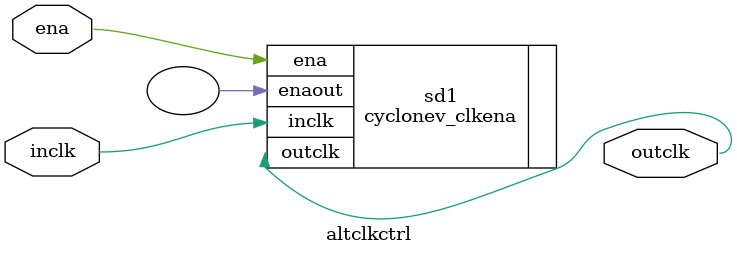
<source format=v>
module altclkctrl(ena, inclk, outclk);
   input ena, inclk;
   output outclk;
	cyclonev_clkena   sd1
	( 
	.ena(ena),
	.enaout(),
	.inclk(inclk),
	.outclk(outclk));
	defparam
		sd1.clock_type = "Global Clock",
		sd1.ena_register_mode = "falling edge",
		sd1.lpm_type = "cyclonev_clkena";
endmodule

</source>
